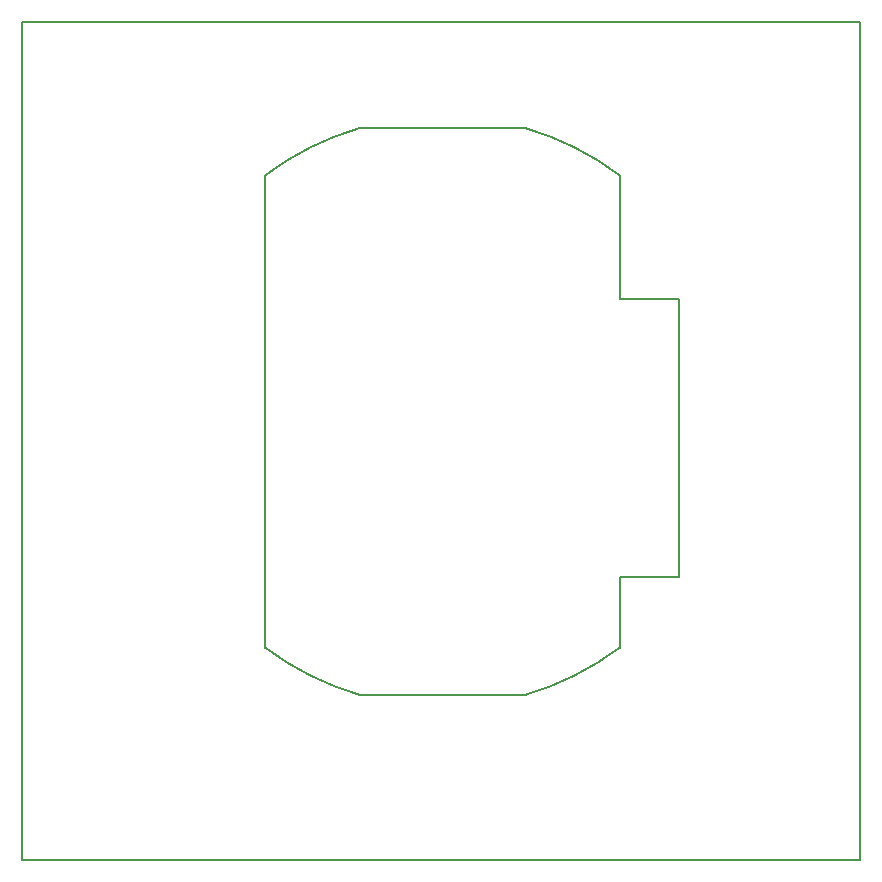
<source format=gbr>
G04 #@! TF.GenerationSoftware,KiCad,Pcbnew,6.0.11-2627ca5db0~126~ubuntu22.04.1*
G04 #@! TF.CreationDate,2023-12-06T10:13:38+01:00*
G04 #@! TF.ProjectId,pushbutton8,70757368-6275-4747-946f-6e382e6b6963,3*
G04 #@! TF.SameCoordinates,PX6657f38PY8eeaea0*
G04 #@! TF.FileFunction,OtherDrawing,Comment*
%FSLAX46Y46*%
G04 Gerber Fmt 4.6, Leading zero omitted, Abs format (unit mm)*
G04 Created by KiCad (PCBNEW 6.0.11-2627ca5db0~126~ubuntu22.04.1) date 2023-12-06 10:13:38*
%MOMM*%
%LPD*%
G01*
G04 APERTURE LIST*
%ADD10C,0.150000*%
G04 APERTURE END LIST*
D10*
X-15315000Y57860000D02*
X55685000Y57860000D01*
X55685000Y57860000D02*
X55685000Y-13140000D01*
X55685000Y-13140000D02*
X-15315000Y-13140000D01*
X-15315000Y-13140000D02*
X-15315000Y57860000D01*
X5300000Y4830000D02*
X5300000Y44830000D01*
X13290000Y845000D02*
X27290000Y845000D01*
X40300000Y10830000D02*
X40300000Y34330000D01*
X35300000Y34330000D02*
X35300000Y44830000D01*
X35300000Y4830000D02*
X35300000Y10830000D01*
X35300000Y10830000D02*
X40300000Y10830000D01*
X40300000Y34330000D02*
X35300000Y34330000D01*
X27290000Y48845000D02*
X13290000Y48845000D01*
X13286322Y48843927D02*
G75*
G03*
X5290000Y44845000I7003682J-23998935D01*
G01*
X5291058Y4844206D02*
G75*
G03*
X13290000Y845000I14998940J20000792D01*
G01*
X27283021Y842966D02*
G75*
G03*
X35290000Y4845000I-6993012J24002019D01*
G01*
X35294226Y44841830D02*
G75*
G03*
X27290000Y48845000I-15004242J-19996862D01*
G01*
M02*

</source>
